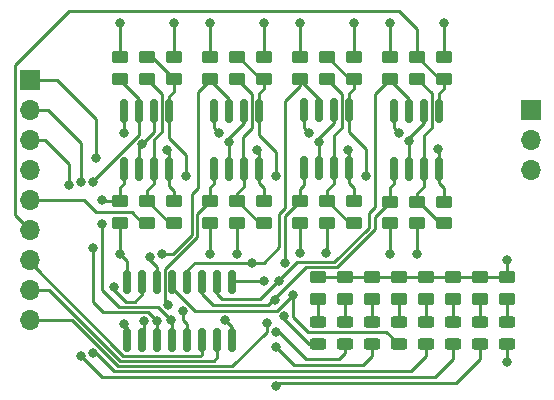
<source format=gbr>
%TF.GenerationSoftware,KiCad,Pcbnew,(6.0.0-0)*%
%TF.CreationDate,2022-03-20T10:52:16-04:00*%
%TF.ProjectId,ADC-smal,4144432d-736d-4616-9c2e-6b696361645f,rev?*%
%TF.SameCoordinates,Original*%
%TF.FileFunction,Copper,L1,Top*%
%TF.FilePolarity,Positive*%
%FSLAX46Y46*%
G04 Gerber Fmt 4.6, Leading zero omitted, Abs format (unit mm)*
G04 Created by KiCad (PCBNEW (6.0.0-0)) date 2022-03-20 10:52:16*
%MOMM*%
%LPD*%
G01*
G04 APERTURE LIST*
G04 Aperture macros list*
%AMRoundRect*
0 Rectangle with rounded corners*
0 $1 Rounding radius*
0 $2 $3 $4 $5 $6 $7 $8 $9 X,Y pos of 4 corners*
0 Add a 4 corners polygon primitive as box body*
4,1,4,$2,$3,$4,$5,$6,$7,$8,$9,$2,$3,0*
0 Add four circle primitives for the rounded corners*
1,1,$1+$1,$2,$3*
1,1,$1+$1,$4,$5*
1,1,$1+$1,$6,$7*
1,1,$1+$1,$8,$9*
0 Add four rect primitives between the rounded corners*
20,1,$1+$1,$2,$3,$4,$5,0*
20,1,$1+$1,$4,$5,$6,$7,0*
20,1,$1+$1,$6,$7,$8,$9,0*
20,1,$1+$1,$8,$9,$2,$3,0*%
G04 Aperture macros list end*
%TA.AperFunction,ComponentPad*%
%ADD10R,1.700000X1.700000*%
%TD*%
%TA.AperFunction,ComponentPad*%
%ADD11O,1.700000X1.700000*%
%TD*%
%TA.AperFunction,SMDPad,CuDef*%
%ADD12RoundRect,0.243750X-0.456250X0.243750X-0.456250X-0.243750X0.456250X-0.243750X0.456250X0.243750X0*%
%TD*%
%TA.AperFunction,SMDPad,CuDef*%
%ADD13RoundRect,0.250000X0.450000X-0.262500X0.450000X0.262500X-0.450000X0.262500X-0.450000X-0.262500X0*%
%TD*%
%TA.AperFunction,SMDPad,CuDef*%
%ADD14RoundRect,0.250000X-0.450000X0.262500X-0.450000X-0.262500X0.450000X-0.262500X0.450000X0.262500X0*%
%TD*%
%TA.AperFunction,SMDPad,CuDef*%
%ADD15RoundRect,0.150000X0.150000X-0.825000X0.150000X0.825000X-0.150000X0.825000X-0.150000X-0.825000X0*%
%TD*%
%TA.AperFunction,ViaPad*%
%ADD16C,0.800000*%
%TD*%
%TA.AperFunction,Conductor*%
%ADD17C,0.250000*%
%TD*%
G04 APERTURE END LIST*
D10*
%TO.P,J2,1,Pin_1*%
%TO.N,~{EI}*%
X106172000Y-52334000D03*
D11*
%TO.P,J2,2,Pin_2*%
%TO.N,~{EO}*%
X106172000Y-54874000D03*
%TO.P,J2,3,Pin_3*%
%TO.N,~{GS}*%
X106172000Y-57414000D03*
%TO.P,J2,4,Pin_4*%
%TO.N,Vin*%
X106172000Y-59954000D03*
%TO.P,J2,5,Pin_5*%
%TO.N,Vrefi*%
X106172000Y-62494000D03*
%TO.P,J2,6,Pin_6*%
%TO.N,Vrefo*%
X106172000Y-65034000D03*
%TO.P,J2,7,Pin_7*%
%TO.N,~{A2}*%
X106172000Y-67574000D03*
%TO.P,J2,8,Pin_8*%
%TO.N,~{A1}*%
X106172000Y-70114000D03*
%TO.P,J2,9,Pin_9*%
%TO.N,~{A0}*%
X106172000Y-72654000D03*
%TD*%
D12*
%TO.P,D8,1,K*%
%TO.N,Net-(D8-Pad1)*%
X146558000Y-72826000D03*
%TO.P,D8,2,A*%
%TO.N,Q0*%
X146558000Y-74701000D03*
%TD*%
%TO.P,D4,1,K*%
%TO.N,Net-(D4-Pad1)*%
X137414000Y-72826000D03*
%TO.P,D4,2,A*%
%TO.N,Q4*%
X137414000Y-74701000D03*
%TD*%
%TO.P,D6,1,K*%
%TO.N,Net-(D6-Pad1)*%
X141986000Y-72826000D03*
%TO.P,D6,2,A*%
%TO.N,Q2*%
X141986000Y-74701000D03*
%TD*%
D13*
%TO.P,R10,1*%
%TO.N,Net-(D4-Pad1)*%
X137414000Y-70866000D03*
%TO.P,R10,2*%
%TO.N,GND*%
X137414000Y-69041000D03*
%TD*%
D12*
%TO.P,D7,1,K*%
%TO.N,Net-(D7-Pad1)*%
X144272000Y-72826000D03*
%TO.P,D7,2,A*%
%TO.N,Q1*%
X144272000Y-74701000D03*
%TD*%
D14*
%TO.P,R28,1*%
%TO.N,GND*%
X141224000Y-50395500D03*
%TO.P,R28,2*%
%TO.N,Vrefo*%
X141224000Y-52220500D03*
%TD*%
D13*
%TO.P,R32,1*%
%TO.N,Q7*%
X136652000Y-52220500D03*
%TO.P,R32,2*%
%TO.N,+5V*%
X136652000Y-50395500D03*
%TD*%
D14*
%TO.P,R15,1*%
%TO.N,GND*%
X125984000Y-62587500D03*
%TO.P,R15,2*%
%TO.N,Net-(R15-Pad2)*%
X125984000Y-64412500D03*
%TD*%
D13*
%TO.P,R13,1*%
%TO.N,Net-(D7-Pad1)*%
X144272000Y-70866000D03*
%TO.P,R13,2*%
%TO.N,GND*%
X144272000Y-69041000D03*
%TD*%
D14*
%TO.P,R16,1*%
%TO.N,GND*%
X125984000Y-50395500D03*
%TO.P,R16,2*%
%TO.N,Net-(R16-Pad2)*%
X125984000Y-52220500D03*
%TD*%
D13*
%TO.P,R20,1*%
%TO.N,Q3*%
X121412000Y-52220500D03*
%TO.P,R20,2*%
%TO.N,+5V*%
X121412000Y-50395500D03*
%TD*%
D14*
%TO.P,R21,1*%
%TO.N,GND*%
X133604000Y-62587500D03*
%TO.P,R21,2*%
%TO.N,Net-(R21-Pad2)*%
X133604000Y-64412500D03*
%TD*%
%TO.P,R27,1*%
%TO.N,GND*%
X141224000Y-62652500D03*
%TO.P,R27,2*%
%TO.N,Net-(R27-Pad2)*%
X141224000Y-64477500D03*
%TD*%
D13*
%TO.P,R9,1*%
%TO.N,Net-(D3-Pad1)*%
X135128000Y-70866000D03*
%TO.P,R9,2*%
%TO.N,GND*%
X135128000Y-69041000D03*
%TD*%
%TO.P,R17,1*%
%TO.N,Net-(R17-Pad1)*%
X123698000Y-64412500D03*
%TO.P,R17,2*%
%TO.N,Net-(R15-Pad2)*%
X123698000Y-62587500D03*
%TD*%
%TO.P,R8,1*%
%TO.N,Net-(D2-Pad1)*%
X132842000Y-70866000D03*
%TO.P,R8,2*%
%TO.N,GND*%
X132842000Y-69041000D03*
%TD*%
%TO.P,R3,1*%
%TO.N,Vrefi*%
X116078000Y-64412500D03*
%TO.P,R3,2*%
%TO.N,Net-(R1-Pad2)*%
X116078000Y-62587500D03*
%TD*%
D12*
%TO.P,D3,1,K*%
%TO.N,Net-(D3-Pad1)*%
X135128000Y-72826000D03*
%TO.P,D3,2,A*%
%TO.N,Q5*%
X135128000Y-74701000D03*
%TD*%
D14*
%TO.P,R2,1*%
%TO.N,GND*%
X118364000Y-50395500D03*
%TO.P,R2,2*%
%TO.N,Net-(R17-Pad1)*%
X118364000Y-52220500D03*
%TD*%
D15*
%TO.P,U3,1*%
%TO.N,Q4*%
X129413000Y-59814000D03*
%TO.P,U3,2,-*%
%TO.N,Vin*%
X130683000Y-59814000D03*
%TO.P,U3,3,+*%
%TO.N,Net-(R21-Pad2)*%
X131953000Y-59814000D03*
%TO.P,U3,4,V-*%
%TO.N,GND*%
X133223000Y-59814000D03*
%TO.P,U3,5,+*%
%TO.N,Net-(R22-Pad2)*%
X133223000Y-54864000D03*
%TO.P,U3,6,_*%
%TO.N,Vin*%
X131953000Y-54864000D03*
%TO.P,U3,7*%
%TO.N,Q5*%
X130683000Y-54864000D03*
%TO.P,U3,8,V+*%
%TO.N,+12V*%
X129413000Y-54864000D03*
%TD*%
D14*
%TO.P,R25,1*%
%TO.N,Q4*%
X129032000Y-62587500D03*
%TO.P,R25,2*%
%TO.N,+5V*%
X129032000Y-64412500D03*
%TD*%
D13*
%TO.P,R24,1*%
%TO.N,Net-(R21-Pad2)*%
X131318000Y-52220500D03*
%TO.P,R24,2*%
%TO.N,Net-(R22-Pad2)*%
X131318000Y-50395500D03*
%TD*%
D14*
%TO.P,R31,1*%
%TO.N,Q6*%
X136652000Y-62652500D03*
%TO.P,R31,2*%
%TO.N,+5V*%
X136652000Y-64477500D03*
%TD*%
%TO.P,R22,1*%
%TO.N,GND*%
X133604000Y-50395500D03*
%TO.P,R22,2*%
%TO.N,Net-(R22-Pad2)*%
X133604000Y-52220500D03*
%TD*%
D15*
%TO.P,U4,1*%
%TO.N,Q6*%
X137033000Y-59879000D03*
%TO.P,U4,2,-*%
%TO.N,Vin*%
X138303000Y-59879000D03*
%TO.P,U4,3,+*%
%TO.N,Net-(R27-Pad2)*%
X139573000Y-59879000D03*
%TO.P,U4,4,V-*%
%TO.N,GND*%
X140843000Y-59879000D03*
%TO.P,U4,5,+*%
%TO.N,Vrefo*%
X140843000Y-54929000D03*
%TO.P,U4,6,_*%
%TO.N,Vin*%
X139573000Y-54929000D03*
%TO.P,U4,7*%
%TO.N,Q7*%
X138303000Y-54929000D03*
%TO.P,U4,8,V+*%
%TO.N,+12V*%
X137033000Y-54929000D03*
%TD*%
%TO.P,U1,1*%
%TO.N,Q0*%
X114173000Y-59879000D03*
%TO.P,U1,2,-*%
%TO.N,Vin*%
X115443000Y-59879000D03*
%TO.P,U1,3,+*%
%TO.N,Net-(R1-Pad2)*%
X116713000Y-59879000D03*
%TO.P,U1,4,V-*%
%TO.N,GND*%
X117983000Y-59879000D03*
%TO.P,U1,5,+*%
%TO.N,Net-(R17-Pad1)*%
X117983000Y-54929000D03*
%TO.P,U1,6,_*%
%TO.N,Vin*%
X116713000Y-54929000D03*
%TO.P,U1,7*%
%TO.N,Q1*%
X115443000Y-54929000D03*
%TO.P,U1,8,V+*%
%TO.N,+12V*%
X114173000Y-54929000D03*
%TD*%
D12*
%TO.P,D1,1,K*%
%TO.N,Net-(D1-Pad1)*%
X130556000Y-72826000D03*
%TO.P,D1,2,A*%
%TO.N,Q7*%
X130556000Y-74701000D03*
%TD*%
D13*
%TO.P,R14,1*%
%TO.N,Net-(D8-Pad1)*%
X146558000Y-70866000D03*
%TO.P,R14,2*%
%TO.N,GND*%
X146558000Y-69041000D03*
%TD*%
%TO.P,R18,1*%
%TO.N,Net-(R15-Pad2)*%
X123698000Y-52220500D03*
%TO.P,R18,2*%
%TO.N,Net-(R16-Pad2)*%
X123698000Y-50395500D03*
%TD*%
D14*
%TO.P,R19,1*%
%TO.N,Q2*%
X121412000Y-62587500D03*
%TO.P,R19,2*%
%TO.N,+5V*%
X121412000Y-64412500D03*
%TD*%
D13*
%TO.P,R11,1*%
%TO.N,Net-(D5-Pad1)*%
X139700000Y-70866000D03*
%TO.P,R11,2*%
%TO.N,GND*%
X139700000Y-69041000D03*
%TD*%
D12*
%TO.P,D2,1,K*%
%TO.N,Net-(D2-Pad1)*%
X132842000Y-72826000D03*
%TO.P,D2,2,A*%
%TO.N,Q6*%
X132842000Y-74701000D03*
%TD*%
%TO.P,D5,1,K*%
%TO.N,Net-(D5-Pad1)*%
X139700000Y-72826000D03*
%TO.P,D5,2,A*%
%TO.N,Q3*%
X139700000Y-74701000D03*
%TD*%
D13*
%TO.P,R26,1*%
%TO.N,Q5*%
X129032000Y-52220500D03*
%TO.P,R26,2*%
%TO.N,+5V*%
X129032000Y-50395500D03*
%TD*%
%TO.P,R7,1*%
%TO.N,Q1*%
X113792000Y-52220500D03*
%TO.P,R7,2*%
%TO.N,+5V*%
X113792000Y-50395500D03*
%TD*%
D14*
%TO.P,R6,1*%
%TO.N,Q0*%
X113792000Y-62587500D03*
%TO.P,R6,2*%
%TO.N,+5V*%
X113792000Y-64412500D03*
%TD*%
D13*
%TO.P,R12,1*%
%TO.N,Net-(D6-Pad1)*%
X141986000Y-70866000D03*
%TO.P,R12,2*%
%TO.N,GND*%
X141986000Y-69041000D03*
%TD*%
D14*
%TO.P,R1,1*%
%TO.N,GND*%
X118364000Y-62587500D03*
%TO.P,R1,2*%
%TO.N,Net-(R1-Pad2)*%
X118364000Y-64412500D03*
%TD*%
D15*
%TO.P,U5,1,I4*%
%TO.N,Q3*%
X114427000Y-74357000D03*
%TO.P,U5,2,I5*%
%TO.N,Q2*%
X115697000Y-74357000D03*
%TO.P,U5,3,I6*%
%TO.N,Q1*%
X116967000Y-74357000D03*
%TO.P,U5,4,I7*%
%TO.N,Q0*%
X118237000Y-74357000D03*
%TO.P,U5,5,EI*%
%TO.N,~{EI}*%
X119507000Y-74357000D03*
%TO.P,U5,6,S2*%
%TO.N,~{A2}*%
X120777000Y-74357000D03*
%TO.P,U5,7,S1*%
%TO.N,~{A1}*%
X122047000Y-74357000D03*
%TO.P,U5,8,GND*%
%TO.N,GND*%
X123317000Y-74357000D03*
%TO.P,U5,9,S0*%
%TO.N,~{A0}*%
X123317000Y-69407000D03*
%TO.P,U5,10,IO*%
%TO.N,Q7*%
X122047000Y-69407000D03*
%TO.P,U5,11,I1*%
%TO.N,Q6*%
X120777000Y-69407000D03*
%TO.P,U5,12,I2*%
%TO.N,Q5*%
X119507000Y-69407000D03*
%TO.P,U5,13,I3*%
%TO.N,Q4*%
X118237000Y-69407000D03*
%TO.P,U5,14,GS*%
%TO.N,~{GS}*%
X116967000Y-69407000D03*
%TO.P,U5,15,EO*%
%TO.N,~{EO}*%
X115697000Y-69407000D03*
%TO.P,U5,16,VCC*%
%TO.N,+5V*%
X114427000Y-69407000D03*
%TD*%
D13*
%TO.P,R5,1*%
%TO.N,Net-(D1-Pad1)*%
X130556000Y-70866000D03*
%TO.P,R5,2*%
%TO.N,GND*%
X130556000Y-69041000D03*
%TD*%
%TO.P,R30,1*%
%TO.N,Net-(R27-Pad2)*%
X138938000Y-52220500D03*
%TO.P,R30,2*%
%TO.N,Vrefo*%
X138938000Y-50395500D03*
%TD*%
D15*
%TO.P,U2,1*%
%TO.N,Q2*%
X121793000Y-59879000D03*
%TO.P,U2,2,-*%
%TO.N,Vin*%
X123063000Y-59879000D03*
%TO.P,U2,3,+*%
%TO.N,Net-(R15-Pad2)*%
X124333000Y-59879000D03*
%TO.P,U2,4,V-*%
%TO.N,GND*%
X125603000Y-59879000D03*
%TO.P,U2,5,+*%
%TO.N,Net-(R16-Pad2)*%
X125603000Y-54929000D03*
%TO.P,U2,6,_*%
%TO.N,Vin*%
X124333000Y-54929000D03*
%TO.P,U2,7*%
%TO.N,Q3*%
X123063000Y-54929000D03*
%TO.P,U2,8,V+*%
%TO.N,+12V*%
X121793000Y-54929000D03*
%TD*%
D13*
%TO.P,R23,1*%
%TO.N,Net-(R16-Pad2)*%
X131318000Y-64412500D03*
%TO.P,R23,2*%
%TO.N,Net-(R21-Pad2)*%
X131318000Y-62587500D03*
%TD*%
%TO.P,R4,1*%
%TO.N,Net-(R1-Pad2)*%
X116078000Y-52220500D03*
%TO.P,R4,2*%
%TO.N,Net-(R17-Pad1)*%
X116078000Y-50395500D03*
%TD*%
%TO.P,R29,1*%
%TO.N,Net-(R22-Pad2)*%
X138938000Y-64477500D03*
%TO.P,R29,2*%
%TO.N,Net-(R27-Pad2)*%
X138938000Y-62652500D03*
%TD*%
D10*
%TO.P,J1,1,Pin_1*%
%TO.N,GND*%
X148590000Y-54879000D03*
D11*
%TO.P,J1,2,Pin_2*%
%TO.N,+12V*%
X148590000Y-57419000D03*
%TO.P,J1,3,Pin_3*%
%TO.N,+5V*%
X148590000Y-59959000D03*
%TD*%
D16*
%TO.N,~{EI}*%
X111760000Y-58928000D03*
X119126000Y-71882000D03*
%TO.N,~{EO}*%
X110490000Y-60960000D03*
X113288299Y-69845701D03*
%TO.N,~{GS}*%
X109474000Y-61214000D03*
X116332000Y-67310000D03*
%TO.N,Vin*%
X123063000Y-57620500D03*
X130698086Y-57620500D03*
X115706874Y-57723652D03*
X138303000Y-57531000D03*
%TO.N,~{A0}*%
X126238000Y-72898000D03*
X125984000Y-69342000D03*
%TO.N,GND*%
X140716000Y-58166000D03*
X125984000Y-47498000D03*
X141224000Y-47498000D03*
X125460914Y-58255500D03*
X133096000Y-58255500D03*
X117840914Y-58255500D03*
X122682000Y-72644000D03*
X133604000Y-47498000D03*
X118364000Y-47498000D03*
X146558000Y-67564000D03*
%TO.N,+12V*%
X137414000Y-56806500D03*
X129789701Y-56806500D03*
X114161076Y-56823824D03*
X122169701Y-56806500D03*
%TO.N,+5V*%
X121412000Y-47498000D03*
X129032000Y-47498000D03*
X121412000Y-67056000D03*
X136652000Y-67056000D03*
X136652000Y-47498000D03*
X113792000Y-67056000D03*
X129029801Y-67029969D03*
X113792000Y-47498000D03*
%TO.N,Q0*%
X112268000Y-62484000D03*
X118110000Y-72644000D03*
X112268000Y-64516000D03*
X146558000Y-76200000D03*
%TO.N,Q1*%
X111506000Y-66548000D03*
X127000000Y-78232000D03*
X116967000Y-72762400D03*
X111506000Y-60960000D03*
%TO.N,Q2*%
X117864599Y-71365401D03*
X110490000Y-75692000D03*
X115824000Y-72743521D03*
%TO.N,Q3*%
X114142984Y-73018511D03*
X111506000Y-75438000D03*
X117348000Y-67056000D03*
%TO.N,Q4*%
X127759851Y-67815851D03*
X128448826Y-70558564D03*
%TO.N,Q5*%
X127000000Y-74930000D03*
X124968000Y-67818000D03*
%TO.N,Q6*%
X127000000Y-73660000D03*
X126962500Y-70936822D03*
%TO.N,Q7*%
X127724326Y-72309667D03*
X127254000Y-69342000D03*
%TO.N,Net-(R17-Pad1)*%
X123698000Y-67056000D03*
X119380000Y-60452000D03*
%TO.N,Net-(R16-Pad2)*%
X127000000Y-60452000D03*
X131252887Y-67029967D03*
%TO.N,Net-(R22-Pad2)*%
X138938000Y-67056000D03*
X134620000Y-60452000D03*
%TD*%
D17*
%TO.N,~{EI}*%
X119507000Y-74357000D02*
X119507000Y-73025000D01*
X119507000Y-73025000D02*
X119126000Y-72644000D01*
X119126000Y-72644000D02*
X119126000Y-71882000D01*
%TO.N,Q4*%
X120150600Y-71882000D02*
X127125390Y-71882000D01*
X118237000Y-69968400D02*
X120150600Y-71882000D01*
X118237000Y-69407000D02*
X118237000Y-69968400D01*
X127125390Y-71882000D02*
X128448826Y-70558564D01*
%TO.N,~{EI}*%
X106172000Y-52334000D02*
X108468000Y-52334000D01*
X108468000Y-52334000D02*
X111760000Y-55626000D01*
X111760000Y-55626000D02*
X111760000Y-58928000D01*
%TO.N,Vrefo*%
X106172000Y-65039000D02*
X104902000Y-63769000D01*
X104902000Y-63769000D02*
X104902000Y-51054000D01*
X109474000Y-46482000D02*
X137414000Y-46482000D01*
X137414000Y-46482000D02*
X138938000Y-48006000D01*
X104902000Y-51054000D02*
X109474000Y-46482000D01*
X138938000Y-48006000D02*
X138938000Y-50395500D01*
%TO.N,~{EO}*%
X114300000Y-71120000D02*
X113288299Y-70108299D01*
X115062000Y-71120000D02*
X114300000Y-71120000D01*
X109982000Y-57150000D02*
X110490000Y-57658000D01*
X110490000Y-57658000D02*
X110490000Y-60960000D01*
X106172000Y-54879000D02*
X107711000Y-54879000D01*
X107711000Y-54879000D02*
X109982000Y-57150000D01*
X113288299Y-70108299D02*
X113288299Y-69845701D01*
X115697000Y-69407000D02*
X115697000Y-70485000D01*
X115697000Y-70485000D02*
X115062000Y-71120000D01*
%TO.N,~{GS}*%
X109474000Y-59436000D02*
X109474000Y-61214000D01*
X116332000Y-67310000D02*
X116332000Y-67564000D01*
X116967000Y-68199000D02*
X116967000Y-69407000D01*
X106172000Y-57419000D02*
X107457000Y-57419000D01*
X108966000Y-58928000D02*
X109474000Y-59436000D01*
X116332000Y-67564000D02*
X116967000Y-68199000D01*
X107457000Y-57419000D02*
X108966000Y-58928000D01*
%TO.N,Vin*%
X131953000Y-54864000D02*
X131953000Y-56007000D01*
X123063000Y-59879000D02*
X123063000Y-57620500D01*
X123063000Y-57277000D02*
X123063000Y-57620500D01*
X131953000Y-56007000D02*
X130683000Y-57277000D01*
X116713000Y-56717526D02*
X115706874Y-57723652D01*
X124333000Y-54929000D02*
X124333000Y-56007000D01*
X139573000Y-54929000D02*
X139573000Y-56007000D01*
X116713000Y-54929000D02*
X116713000Y-56717526D01*
X124333000Y-56007000D02*
X123063000Y-57277000D01*
X115443000Y-59879000D02*
X115443000Y-57987526D01*
X115443000Y-57987526D02*
X115706874Y-57723652D01*
X138303000Y-57277000D02*
X138303000Y-59879000D01*
X130683000Y-57277000D02*
X130683000Y-59814000D01*
X139573000Y-56007000D02*
X138303000Y-57277000D01*
%TO.N,Vrefi*%
X111760000Y-63500000D02*
X110759000Y-62499000D01*
X116078000Y-64412500D02*
X115720500Y-64412500D01*
X115720500Y-64412500D02*
X114808000Y-63500000D01*
X110759000Y-62499000D02*
X106172000Y-62499000D01*
X114808000Y-63500000D02*
X111760000Y-63500000D01*
%TO.N,Vrefo*%
X138938000Y-50395500D02*
X139041500Y-50395500D01*
X140843000Y-53467000D02*
X140843000Y-54929000D01*
X141224000Y-53086000D02*
X140843000Y-53467000D01*
X139041500Y-50395500D02*
X140866500Y-52220500D01*
X141224000Y-52220500D02*
X141224000Y-53086000D01*
X140866500Y-52220500D02*
X141224000Y-52220500D01*
%TO.N,~{A2}*%
X106172000Y-67579000D02*
X106172000Y-67748072D01*
X120777000Y-75565000D02*
X120777000Y-74357000D01*
X114095885Y-75671957D02*
X120670044Y-75671956D01*
X106172000Y-67748072D02*
X114095885Y-75671957D01*
X120670044Y-75671956D02*
X120777000Y-75565000D01*
%TO.N,~{A1}*%
X121744533Y-76121467D02*
X113849772Y-76121468D01*
X113849772Y-76121468D02*
X107847304Y-70119000D01*
X122047000Y-75819000D02*
X121744533Y-76121467D01*
X107847304Y-70119000D02*
X106172000Y-70119000D01*
X122047000Y-74357000D02*
X122047000Y-75819000D01*
%TO.N,~{A0}*%
X123317000Y-69407000D02*
X123382000Y-69342000D01*
X109751600Y-72659000D02*
X113663579Y-76570979D01*
X123382000Y-69342000D02*
X125984000Y-69342000D01*
X126238000Y-73660000D02*
X126238000Y-72898000D01*
X123327022Y-76570978D02*
X126238000Y-73660000D01*
X113663579Y-76570979D02*
X123327022Y-76570978D01*
X106172000Y-72659000D02*
X109751600Y-72659000D01*
%TO.N,GND*%
X125603000Y-61087000D02*
X125984000Y-61468000D01*
X125984000Y-50395500D02*
X125984000Y-47498000D01*
X133223000Y-58382500D02*
X133096000Y-58255500D01*
X118364000Y-61722000D02*
X117983000Y-61341000D01*
X118364000Y-62587500D02*
X118364000Y-61722000D01*
X140843000Y-58293000D02*
X140716000Y-58166000D01*
X141224000Y-50395500D02*
X141224000Y-47498000D01*
X125603000Y-59879000D02*
X125603000Y-58397586D01*
X133223000Y-61087000D02*
X133604000Y-61468000D01*
X140843000Y-61087000D02*
X141224000Y-61468000D01*
X118364000Y-50395500D02*
X118364000Y-47498000D01*
X125984000Y-61468000D02*
X125984000Y-62587500D01*
X117983000Y-61341000D02*
X117983000Y-59879000D01*
X133223000Y-59814000D02*
X133223000Y-58382500D01*
X140843000Y-59879000D02*
X140843000Y-61087000D01*
X123317000Y-73279000D02*
X123317000Y-74357000D01*
X125603000Y-59879000D02*
X125603000Y-61087000D01*
X140843000Y-59879000D02*
X140843000Y-58293000D01*
X133223000Y-59814000D02*
X133223000Y-61087000D01*
X125603000Y-58397586D02*
X125460914Y-58255500D01*
X146558000Y-69041000D02*
X146558000Y-67564000D01*
X117983000Y-58397586D02*
X117840914Y-58255500D01*
X117983000Y-59879000D02*
X117983000Y-58397586D01*
X130556000Y-69041000D02*
X146558000Y-69041000D01*
X133604000Y-61468000D02*
X133604000Y-62587500D01*
X122682000Y-72644000D02*
X123317000Y-73279000D01*
X141224000Y-61468000D02*
X141224000Y-62652500D01*
X133604000Y-50395500D02*
X133604000Y-47498000D01*
%TO.N,+12V*%
X121793000Y-56429799D02*
X122169701Y-56806500D01*
X129413000Y-54864000D02*
X129413000Y-56429799D01*
X137033000Y-56425500D02*
X137414000Y-56806500D01*
X129413000Y-56429799D02*
X129789701Y-56806500D01*
X114173000Y-56811900D02*
X114161076Y-56823824D01*
X121793000Y-54929000D02*
X121793000Y-56429799D01*
X114173000Y-54929000D02*
X114173000Y-56811900D01*
X137033000Y-54929000D02*
X137033000Y-56425500D01*
%TO.N,+5V*%
X121412000Y-64412500D02*
X121412000Y-67056000D01*
X136652000Y-50395500D02*
X136652000Y-47498000D01*
X121412000Y-50395500D02*
X121412000Y-47498000D01*
X129032000Y-50395500D02*
X129032000Y-47498000D01*
X114427000Y-69407000D02*
X114427000Y-67691000D01*
X129032000Y-67027770D02*
X129029801Y-67029969D01*
X114427000Y-67691000D02*
X113792000Y-67056000D01*
X136652000Y-64477500D02*
X136652000Y-67056000D01*
X113792000Y-50395500D02*
X113792000Y-47498000D01*
X129032000Y-64412500D02*
X129032000Y-67027770D01*
X113792000Y-64412500D02*
X113792000Y-67056000D01*
%TO.N,Net-(R1-Pad2)*%
X116078000Y-62587500D02*
X116181500Y-62587500D01*
X116713000Y-61087000D02*
X116713000Y-59879000D01*
X116078000Y-52220500D02*
X117348000Y-53490500D01*
X116078000Y-61722000D02*
X116713000Y-61087000D01*
X116181500Y-62587500D02*
X118006500Y-64412500D01*
X117348000Y-56718230D02*
X116713000Y-57353230D01*
X116078000Y-62587500D02*
X116078000Y-61722000D01*
X116713000Y-57353230D02*
X116713000Y-59879000D01*
X117348000Y-53490500D02*
X117348000Y-56718230D01*
X118006500Y-64412500D02*
X118364000Y-64412500D01*
%TO.N,Q0*%
X117044110Y-71569510D02*
X113724910Y-71569510D01*
X113792000Y-61468000D02*
X113792000Y-62587500D01*
X113792000Y-62587500D02*
X112371500Y-62587500D01*
X112268000Y-70112600D02*
X112268000Y-64516000D01*
X118237000Y-72762400D02*
X117044110Y-71569510D01*
X118237000Y-72762400D02*
X118228400Y-72762400D01*
X118237000Y-74357000D02*
X118237000Y-72762400D01*
X146558000Y-76200000D02*
X146558000Y-74701000D01*
X114173000Y-61087000D02*
X113792000Y-61468000D01*
X114173000Y-59879000D02*
X114173000Y-61087000D01*
X112371500Y-62587500D02*
X112268000Y-62484000D01*
X118228400Y-72762400D02*
X118110000Y-72644000D01*
X113724910Y-71569510D02*
X112268000Y-70112600D01*
%TO.N,Q1*%
X111506000Y-71120000D02*
X111506000Y-66548000D01*
X116223621Y-72019021D02*
X112405021Y-72019021D01*
X138430000Y-77978000D02*
X127254000Y-77978000D01*
X127254000Y-77978000D02*
X127000000Y-78232000D01*
X111506000Y-60899928D02*
X115443000Y-56962928D01*
X144272000Y-75946000D02*
X143764000Y-76454000D01*
X115443000Y-56962928D02*
X115443000Y-54929000D01*
X142240000Y-77978000D02*
X138430000Y-77978000D01*
X116967000Y-74357000D02*
X116967000Y-72762400D01*
X111506000Y-60960000D02*
X111506000Y-60899928D01*
X116967000Y-72762400D02*
X116223621Y-72019021D01*
X143764000Y-76454000D02*
X142240000Y-77978000D01*
X112405021Y-72019021D02*
X111506000Y-71120000D01*
X115443000Y-53975000D02*
X115443000Y-54929000D01*
X113792000Y-52220500D02*
X113792000Y-52324000D01*
X144272000Y-74701000D02*
X144272000Y-75946000D01*
X113792000Y-52324000D02*
X115443000Y-53975000D01*
%TO.N,Q2*%
X136398000Y-77470000D02*
X112268000Y-77470000D01*
X120337511Y-65660417D02*
X117612480Y-68385448D01*
X121793000Y-61087000D02*
X121412000Y-61468000D01*
X120337511Y-63661989D02*
X120337511Y-65660417D01*
X117612480Y-71113282D02*
X117864599Y-71365401D01*
X140462000Y-77470000D02*
X136398000Y-77470000D01*
X121412000Y-61468000D02*
X121412000Y-62587500D01*
X115824000Y-74230000D02*
X115824000Y-72743521D01*
X141224000Y-76708000D02*
X140462000Y-77470000D01*
X121793000Y-59879000D02*
X121793000Y-61087000D01*
X112268000Y-77470000D02*
X110490000Y-75692000D01*
X117612480Y-68385448D02*
X117612480Y-71113282D01*
X121412000Y-62587500D02*
X120337511Y-63661989D01*
X115697000Y-74357000D02*
X115824000Y-74230000D01*
X141986000Y-74701000D02*
X141986000Y-75946000D01*
X141986000Y-75946000D02*
X141224000Y-76708000D01*
%TO.N,Q3*%
X121412000Y-52324000D02*
X123063000Y-53975000D01*
X121412000Y-52324000D02*
X120396000Y-53340000D01*
X139700000Y-75692000D02*
X138430000Y-76962000D01*
X138430000Y-76962000D02*
X124460000Y-76962000D01*
X111760000Y-75438000D02*
X111506000Y-75438000D01*
X124401511Y-77020489D02*
X113342489Y-77020489D01*
X120396000Y-53340000D02*
X120396000Y-61468000D01*
X113342489Y-77020489D02*
X111760000Y-75438000D01*
X118306224Y-67056000D02*
X117348000Y-67056000D01*
X119888000Y-65474224D02*
X118306224Y-67056000D01*
X114427000Y-74357000D02*
X114427000Y-73302527D01*
X114427000Y-73302527D02*
X114142984Y-73018511D01*
X120396000Y-61468000D02*
X119888000Y-61976000D01*
X124460000Y-76962000D02*
X124401511Y-77020489D01*
X121412000Y-52220500D02*
X121412000Y-52324000D01*
X139700000Y-74701000D02*
X139700000Y-75692000D01*
X119888000Y-61976000D02*
X119888000Y-65474224D01*
X123063000Y-53975000D02*
X123063000Y-54929000D01*
%TO.N,Q4*%
X129032000Y-61595000D02*
X129032000Y-62587500D01*
X127762000Y-63857500D02*
X127762000Y-67813702D01*
X129413000Y-59814000D02*
X129413000Y-61214000D01*
X129032000Y-62587500D02*
X127762000Y-63857500D01*
X129413000Y-61214000D02*
X129032000Y-61595000D01*
X128448826Y-72395654D02*
X128448826Y-70558564D01*
X129713172Y-73660000D02*
X128448826Y-72395654D01*
X137414000Y-74701000D02*
X136373000Y-73660000D01*
X136373000Y-73660000D02*
X129713172Y-73660000D01*
X127762000Y-67813702D02*
X127759851Y-67815851D01*
%TO.N,Q5*%
X131572000Y-76454000D02*
X128524000Y-76454000D01*
X127312489Y-63671307D02*
X127312489Y-66489511D01*
X125984000Y-67818000D02*
X124968000Y-67818000D01*
X129032000Y-52324000D02*
X130683000Y-53975000D01*
X128524000Y-76454000D02*
X127000000Y-74930000D01*
X135128000Y-74701000D02*
X135128000Y-75692000D01*
X127762000Y-54102000D02*
X127762000Y-63221796D01*
X127762000Y-63221796D02*
X127312489Y-63671307D01*
X134620000Y-76200000D02*
X134366000Y-76454000D01*
X129032000Y-52832000D02*
X127762000Y-54102000D01*
X129032000Y-52220500D02*
X129032000Y-52832000D01*
X129032000Y-52220500D02*
X129032000Y-52324000D01*
X120142000Y-67818000D02*
X119507000Y-68453000D01*
X124968000Y-67818000D02*
X120142000Y-67818000D01*
X119507000Y-68453000D02*
X119507000Y-69407000D01*
X127312489Y-66489511D02*
X125984000Y-67818000D01*
X135128000Y-75692000D02*
X134620000Y-76200000D01*
X134366000Y-76454000D02*
X131572000Y-76454000D01*
X130683000Y-53975000D02*
X130683000Y-54864000D01*
%TO.N,Q6*%
X120777000Y-69407000D02*
X120777000Y-70485000D01*
X129540000Y-75946000D02*
X128270000Y-74676000D01*
X129544324Y-68203980D02*
X132154027Y-68203980D01*
X137033000Y-59879000D02*
X137033000Y-61087000D01*
X132334000Y-75946000D02*
X131318000Y-75946000D01*
X135382000Y-64976007D02*
X135382000Y-63922500D01*
X126374304Y-71374000D02*
X129544324Y-68203980D01*
X132588000Y-75692000D02*
X132334000Y-75946000D01*
X132154027Y-68203980D02*
X135382000Y-64976007D01*
X135382000Y-63922500D02*
X136652000Y-62652500D01*
X137033000Y-61087000D02*
X136652000Y-61468000D01*
X136652000Y-61468000D02*
X136652000Y-62652500D01*
X120777000Y-70485000D02*
X121666000Y-71374000D01*
X131318000Y-75946000D02*
X129540000Y-75946000D01*
X132842000Y-75438000D02*
X132588000Y-75692000D01*
X121666000Y-71374000D02*
X126374304Y-71374000D01*
X127254000Y-73660000D02*
X127000000Y-73660000D01*
X132842000Y-74701000D02*
X132842000Y-75438000D01*
X128270000Y-74676000D02*
X127254000Y-73660000D01*
%TO.N,Q7*%
X138303000Y-53975000D02*
X138303000Y-54929000D01*
X129819000Y-74701000D02*
X127724326Y-72606326D01*
X127724326Y-72606326D02*
X127724326Y-72309667D01*
X125675811Y-70924489D02*
X122486489Y-70924489D01*
X136652000Y-52220500D02*
X135382000Y-53490500D01*
X135382000Y-53490500D02*
X135382000Y-63118296D01*
X130556000Y-74701000D02*
X129819000Y-74701000D01*
X122047000Y-70485000D02*
X122047000Y-69407000D01*
X136652000Y-52324000D02*
X138303000Y-53975000D01*
X134874000Y-64848303D02*
X131967834Y-67754469D01*
X135382000Y-63118296D02*
X134874000Y-63626296D01*
X136652000Y-52220500D02*
X136652000Y-52324000D01*
X128845831Y-67754469D02*
X125675811Y-70924489D01*
X122486489Y-70924489D02*
X122047000Y-70485000D01*
X134874000Y-63626296D02*
X134874000Y-64848303D01*
X131967834Y-67754469D02*
X128845831Y-67754469D01*
%TO.N,Net-(D1-Pad1)*%
X130556000Y-70866000D02*
X130556000Y-72826000D01*
%TO.N,Net-(D2-Pad1)*%
X132842000Y-72826000D02*
X132842000Y-70866000D01*
%TO.N,Net-(D3-Pad1)*%
X135128000Y-72826000D02*
X135128000Y-70866000D01*
%TO.N,Net-(D4-Pad1)*%
X137414000Y-70866000D02*
X137414000Y-72826000D01*
%TO.N,Net-(D5-Pad1)*%
X139700000Y-72826000D02*
X139700000Y-70866000D01*
%TO.N,Net-(D6-Pad1)*%
X141986000Y-70866000D02*
X141986000Y-72826000D01*
%TO.N,Net-(D7-Pad1)*%
X144272000Y-72826000D02*
X144272000Y-70866000D01*
%TO.N,Net-(D8-Pad1)*%
X146558000Y-70866000D02*
X146558000Y-72826000D01*
%TO.N,Net-(R17-Pad1)*%
X119380000Y-58674000D02*
X117983000Y-57277000D01*
X123698000Y-64412500D02*
X123698000Y-67056000D01*
X117983000Y-53721000D02*
X117983000Y-54929000D01*
X119380000Y-60452000D02*
X119380000Y-58674000D01*
X116539000Y-50395500D02*
X118364000Y-52220500D01*
X116078000Y-50395500D02*
X116539000Y-50395500D01*
X117983000Y-57277000D02*
X117983000Y-54929000D01*
X118364000Y-53340000D02*
X117983000Y-53721000D01*
X118364000Y-52220500D02*
X118364000Y-53340000D01*
%TO.N,Net-(R15-Pad2)*%
X125626500Y-64412500D02*
X125984000Y-64412500D01*
X123698000Y-52220500D02*
X124968000Y-53490500D01*
X123698000Y-62587500D02*
X123801500Y-62587500D01*
X124333000Y-61341000D02*
X124333000Y-59879000D01*
X124206000Y-59752000D02*
X124333000Y-59879000D01*
X123698000Y-62587500D02*
X123698000Y-61976000D01*
X123698000Y-61976000D02*
X124333000Y-61341000D01*
X124968000Y-56388000D02*
X124206000Y-57150000D01*
X123801500Y-62587500D02*
X125626500Y-64412500D01*
X124968000Y-53490500D02*
X124968000Y-56388000D01*
X124206000Y-57150000D02*
X124206000Y-59752000D01*
%TO.N,Net-(R16-Pad2)*%
X127000000Y-60452000D02*
X127000000Y-58420000D01*
X127000000Y-58420000D02*
X125603000Y-57023000D01*
X125603000Y-53467000D02*
X125603000Y-54929000D01*
X123698000Y-50395500D02*
X123853250Y-50395500D01*
X131318000Y-64412500D02*
X131318000Y-66964854D01*
X125984000Y-53086000D02*
X125603000Y-53467000D01*
X123853250Y-50395500D02*
X125678250Y-52220500D01*
X125678250Y-52220500D02*
X125984000Y-52220500D01*
X125603000Y-57023000D02*
X125603000Y-54929000D01*
X131318000Y-66964854D02*
X131252887Y-67029967D01*
X125984000Y-52220500D02*
X125984000Y-53086000D01*
%TO.N,Net-(R21-Pad2)*%
X131318000Y-61722000D02*
X131953000Y-61087000D01*
X133246500Y-64412500D02*
X133604000Y-64412500D01*
X131953000Y-61087000D02*
X131953000Y-59814000D01*
X132588000Y-53490500D02*
X132588000Y-56388000D01*
X132588000Y-56388000D02*
X131953000Y-57023000D01*
X131318000Y-62587500D02*
X131421500Y-62587500D01*
X131421500Y-62587500D02*
X133246500Y-64412500D01*
X131318000Y-62587500D02*
X131318000Y-61722000D01*
X131953000Y-57023000D02*
X131953000Y-59814000D01*
X131318000Y-52220500D02*
X132588000Y-53490500D01*
%TO.N,Net-(R22-Pad2)*%
X131421500Y-50395500D02*
X133246500Y-52220500D01*
X134620000Y-60452000D02*
X134620000Y-58166000D01*
X133246500Y-52220500D02*
X133604000Y-52220500D01*
X133604000Y-52220500D02*
X133604000Y-53086000D01*
X133223000Y-56769000D02*
X133223000Y-54864000D01*
X138938000Y-64477500D02*
X138938000Y-67056000D01*
X131318000Y-50395500D02*
X131421500Y-50395500D01*
X133223000Y-53467000D02*
X133223000Y-54864000D01*
X134620000Y-58166000D02*
X133223000Y-56769000D01*
X133604000Y-53086000D02*
X133223000Y-53467000D01*
%TO.N,Net-(R27-Pad2)*%
X138938000Y-62652500D02*
X138938000Y-61976000D01*
X140197520Y-53480020D02*
X140197520Y-56398480D01*
X139573000Y-61341000D02*
X139573000Y-59879000D01*
X140931500Y-64477500D02*
X141224000Y-64477500D01*
X139573000Y-57023000D02*
X139573000Y-59879000D01*
X138938000Y-62652500D02*
X139106500Y-62652500D01*
X138938000Y-61976000D02*
X139573000Y-61341000D01*
X139106500Y-62652500D02*
X140931500Y-64477500D01*
X140197520Y-56398480D02*
X139573000Y-57023000D01*
X138938000Y-52220500D02*
X140197520Y-53480020D01*
%TD*%
M02*

</source>
